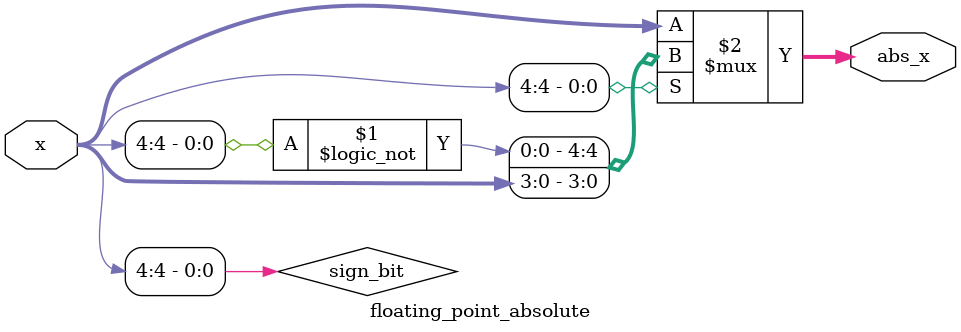
<source format=v>
module floating_point_absolute #(parameter
DATA_WIDTH = 5
) 
(
    ///////////// INPUT/OUTPUT PORTS DECLARATION
input  wire [DATA_WIDTH-1:0] x,
output wire [DATA_WIDTH-1:0] abs_x
);
///////////////// INTERNAL SIGNALS ///////////////
wire                  sign_bit ;

//////////////////////////////////////////////assignment statements//////////////////
assign sign_bit = x [DATA_WIDTH-1] ;
assign abs_x = sign_bit ? {!x[DATA_WIDTH-1],x[DATA_WIDTH-2:0]} : x ;


endmodule
</source>
